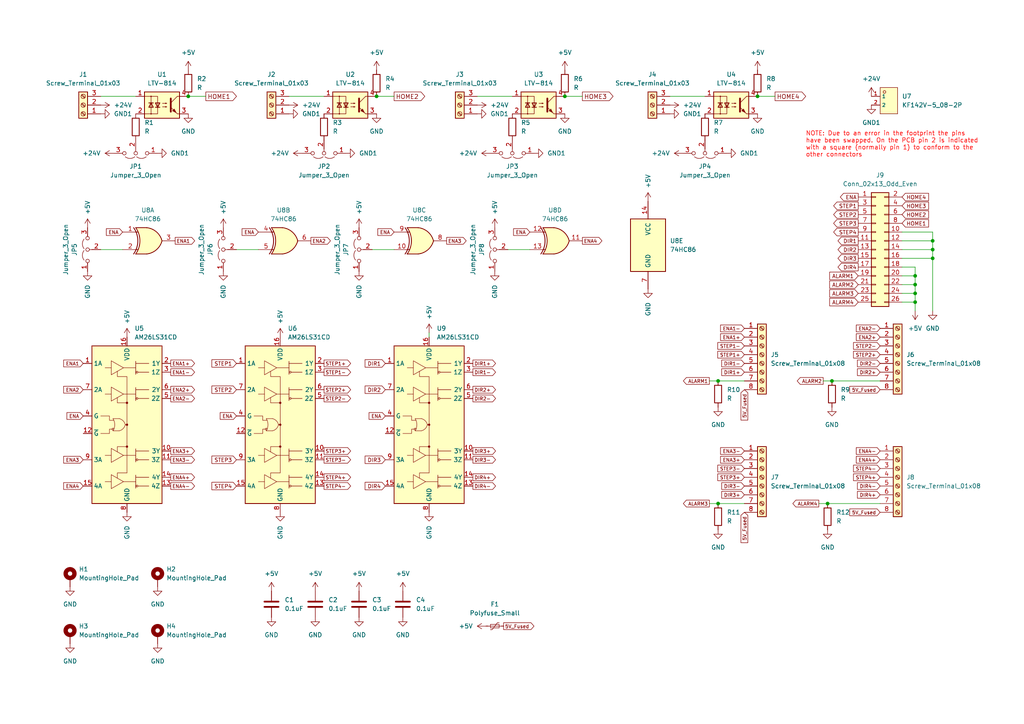
<source format=kicad_sch>
(kicad_sch (version 20230121) (generator eeschema)
  (paper "A4")
  (lib_symbols
    (symbol "74xx:74HC86" (pin_names (offset 1.016))
      (property "Reference" "U" (at 0 1.27 0))
      (property "Value" "74HC86" (at 0 -1.27 0))
      (symbol "74HC86_1_0"
        (pin input line (at -7.62 2.54 0) (length 4.445) (name "~") (number "1"))
        (pin input line (at -7.62 -2.54 0) (length 4.445) (name "~") (number "2"))
        (pin output line (at 7.62 0 180) (length 3.81) (name "~") (number "3"))
      )
      (symbol "74HC86_2_0"
        (pin input line (at -7.62 2.54 0) (length 4.445) (name "~") (number "4"))
        (pin input line (at -7.62 -2.54 0) (length 4.445) (name "~") (number "5"))
        (pin output line (at 7.62 0 180) (length 3.81) (name "~") (number "6"))
      )
      (symbol "74HC86_3_0"
        (pin input line (at -7.62 -2.54 0) (length 4.445) (name "~") (number "10"))
        (pin output line (at 7.62 0 180) (length 3.81) (name "~") (number "8"))
        (pin input line (at -7.62 2.54 0) (length 4.445) (name "~") (number "9"))
      )
      (symbol "74HC86_4_0"
        (pin output line (at 7.62 0 180) (length 3.81) (name "~") (number "11"))
        (pin input line (at -7.62 2.54 0) (length 4.445) (name "~") (number "12"))
        (pin input line (at -7.62 -2.54 0) (length 4.445) (name "~") (number "13"))
      )
      (symbol "74HC86_5_0"
        (pin power_in line (at 0 12.7 270) (length 5.08) (name "VCC") (number "14"))
        (pin power_in line (at 0 -12.7 90) (length 5.08) (name "GND") (number "7"))
      )
    )
    (symbol "AliExpress:KF142V-5_08-2P"
      (property "Reference" "U" (at 0 1.27 0))
      (property "Value" "KF142V-5_08-2P" (at 0 -2.54 0))
      (symbol "KF142V-5_08-2P_0_1"
        (pin unspecified line (at -5.08 1.27 0) (length 2.54) (name "1") (number "1"))
        (pin unspecified line (at -5.08 -1.27 0) (length 2.54) (name "2") (number "2"))
      )
    )
    (symbol "Connector:Screw_Terminal_01x03" (pin_names (offset 1.016) hide)
      (property "Reference" "J" (at 0 5.08 0))
      (property "Value" "Screw_Terminal_01x03" (at 0 -5.08 0))
      (symbol "Screw_Terminal_01x03_1_1"
        (pin passive line (at -5.08 2.54 0) (length 3.81) (name "Pin_1") (number "1"))
        (pin passive line (at -5.08 0 0) (length 3.81) (name "Pin_2") (number "2"))
        (pin passive line (at -5.08 -2.54 0) (length 3.81) (name "Pin_3") (number "3"))
      )
    )
    (symbol "Connector:Screw_Terminal_01x08" (pin_names (offset 1.016) hide)
      (property "Reference" "J" (at 0 10.16 0))
      (property "Value" "Screw_Terminal_01x08" (at 0 -12.7 0))
      (symbol "Screw_Terminal_01x08_1_1"
        (pin passive line (at -5.08 7.62 0) (length 3.81) (name "Pin_1") (number "1"))
        (pin passive line (at -5.08 5.08 0) (length 3.81) (name "Pin_2") (number "2"))
        (pin passive line (at -5.08 2.54 0) (length 3.81) (name "Pin_3") (number "3"))
        (pin passive line (at -5.08 0 0) (length 3.81) (name "Pin_4") (number "4"))
        (pin passive line (at -5.08 -2.54 0) (length 3.81) (name "Pin_5") (number "5"))
        (pin passive line (at -5.08 -5.08 0) (length 3.81) (name "Pin_6") (number "6"))
        (pin passive line (at -5.08 -7.62 0) (length 3.81) (name "Pin_7") (number "7"))
        (pin passive line (at -5.08 -10.16 0) (length 3.81) (name "Pin_8") (number "8"))
      )
    )
    (symbol "Connector_Generic:Conn_02x13_Odd_Even" (pin_names (offset 1.016) hide)
      (property "Reference" "J" (at 1.27 17.78 0))
      (property "Value" "Conn_02x13_Odd_Even" (at 1.27 -17.78 0))
      (symbol "Conn_02x13_Odd_Even_1_1"
        (pin passive line (at -5.08 15.24 0) (length 3.81) (name "Pin_1") (number "1"))
        (pin passive line (at 7.62 5.08 180) (length 3.81) (name "Pin_10") (number "10"))
        (pin passive line (at -5.08 2.54 0) (length 3.81) (name "Pin_11") (number "11"))
        (pin passive line (at 7.62 2.54 180) (length 3.81) (name "Pin_12") (number "12"))
        (pin passive line (at -5.08 0 0) (length 3.81) (name "Pin_13") (number "13"))
        (pin passive line (at 7.62 0 180) (length 3.81) (name "Pin_14") (number "14"))
        (pin passive line (at -5.08 -2.54 0) (length 3.81) (name "Pin_15") (number "15"))
        (pin passive line (at 7.62 -2.54 180) (length 3.81) (name "Pin_16") (number "16"))
        (pin passive line (at -5.08 -5.08 0) (length 3.81) (name "Pin_17") (number "17"))
        (pin passive line (at 7.62 -5.08 180) (length 3.81) (name "Pin_18") (number "18"))
        (pin passive line (at -5.08 -7.62 0) (length 3.81) (name "Pin_19") (number "19"))
        (pin passive line (at 7.62 15.24 180) (length 3.81) (name "Pin_2") (number "2"))
        (pin passive line (at 7.62 -7.62 180) (length 3.81) (name "Pin_20") (number "20"))
        (pin passive line (at -5.08 -10.16 0) (length 3.81) (name "Pin_21") (number "21"))
        (pin passive line (at 7.62 -10.16 180) (length 3.81) (name "Pin_22") (number "22"))
        (pin passive line (at -5.08 -12.7 0) (length 3.81) (name "Pin_23") (number "23"))
        (pin passive line (at 7.62 -12.7 180) (length 3.81) (name "Pin_24") (number "24"))
        (pin passive line (at -5.08 -15.24 0) (length 3.81) (name "Pin_25") (number "25"))
        (pin passive line (at 7.62 -15.24 180) (length 3.81) (name "Pin_26") (number "26"))
        (pin passive line (at -5.08 12.7 0) (length 3.81) (name "Pin_3") (number "3"))
        (pin passive line (at 7.62 12.7 180) (length 3.81) (name "Pin_4") (number "4"))
        (pin passive line (at -5.08 10.16 0) (length 3.81) (name "Pin_5") (number "5"))
        (pin passive line (at 7.62 10.16 180) (length 3.81) (name "Pin_6") (number "6"))
        (pin passive line (at -5.08 7.62 0) (length 3.81) (name "Pin_7") (number "7"))
        (pin passive line (at 7.62 7.62 180) (length 3.81) (name "Pin_8") (number "8"))
        (pin passive line (at -5.08 5.08 0) (length 3.81) (name "Pin_9") (number "9"))
      )
    )
    (symbol "Device:C" (pin_numbers hide) (pin_names (offset 0.254))
      (property "Reference" "C" (at 0.635 2.54 0))
      (property "Value" "C" (at 0.635 -2.54 0))
      (symbol "C_1_1"
        (pin passive line (at 0 3.81 270) (length 2.794) (name "~") (number "1"))
        (pin passive line (at 0 -3.81 90) (length 2.794) (name "~") (number "2"))
      )
    )
    (symbol "Device:Polyfuse_Small" (pin_numbers hide) (pin_names (offset 0))
      (property "Reference" "F" (at -1.905 0 90))
      (property "Value" "Polyfuse_Small" (at 1.905 0 90))
      (symbol "Polyfuse_Small_1_1"
        (pin passive line (at 0 2.54 270) (length 0.635) (name "~") (number "1"))
        (pin passive line (at 0 -2.54 90) (length 0.635) (name "~") (number "2"))
      )
    )
    (symbol "Device:R" (pin_numbers hide) (pin_names (offset 0))
      (property "Reference" "R" (at 2.032 0 90))
      (property "Value" "R" (at 0 0 90))
      (symbol "R_1_1"
        (pin passive line (at 0 3.81 270) (length 1.27) (name "~") (number "1"))
        (pin passive line (at 0 -3.81 90) (length 1.27) (name "~") (number "2"))
      )
    )
    (symbol "Interface:AM26LS31CD"
      (property "Reference" "U" (at -8.89 24.13 0))
      (property "Value" "AM26LS31CD" (at 10.16 24.13 0))
      (symbol "AM26LS31CD_1_1"
        (pin input line (at -12.7 17.78 0) (length 2.54) (name "1A") (number "1"))
        (pin tri_state line (at 12.7 -7.62 180) (length 2.54) (name "3Y") (number "10"))
        (pin tri_state line (at 12.7 -10.16 180) (length 2.54) (name "3Z") (number "11"))
        (pin input line (at -12.7 -2.54 0) (length 2.54) (name "~{G}") (number "12"))
        (pin tri_state line (at 12.7 -17.78 180) (length 2.54) (name "4Z") (number "13"))
        (pin tri_state line (at 12.7 -15.24 180) (length 2.54) (name "4Y") (number "14"))
        (pin input line (at -12.7 -17.78 0) (length 2.54) (name "4A") (number "15"))
        (pin power_in line (at 0 25.4 270) (length 2.54) (name "VDD") (number "16"))
        (pin tri_state line (at 12.7 17.78 180) (length 2.54) (name "1Y") (number "2"))
        (pin tri_state line (at 12.7 15.24 180) (length 2.54) (name "1Z") (number "3"))
        (pin input line (at -12.7 2.54 0) (length 2.54) (name "G") (number "4"))
        (pin tri_state line (at 12.7 7.62 180) (length 2.54) (name "2Z") (number "5"))
        (pin tri_state line (at 12.7 10.16 180) (length 2.54) (name "2Y") (number "6"))
        (pin input line (at -12.7 10.16 0) (length 2.54) (name "2A") (number "7"))
        (pin power_in line (at 0 -25.4 90) (length 2.54) (name "GND") (number "8"))
        (pin input line (at -12.7 -10.16 0) (length 2.54) (name "3A") (number "9"))
      )
    )
    (symbol "Isolator:LTV-814" (pin_names (offset 1.016))
      (property "Reference" "U" (at -5.08 5.08 0))
      (property "Value" "LTV-814" (at 0 5.08 0))
      (symbol "LTV-814_1_1"
        (pin passive line (at -7.62 2.54 0) (length 2.54) (name "~") (number "1"))
        (pin passive line (at -7.62 -2.54 0) (length 2.54) (name "~") (number "2"))
        (pin passive line (at 7.62 -2.54 180) (length 2.54) (name "~") (number "3"))
        (pin passive line (at 7.62 2.54 180) (length 2.54) (name "~") (number "4"))
      )
    )
    (symbol "Jumper:Jumper_3_Open" (pin_names (offset 0) hide)
      (property "Reference" "JP" (at -2.54 -2.54 0))
      (property "Value" "Jumper_3_Open" (at 0 2.794 0))
      (symbol "Jumper_3_Open_1_1"
        (pin passive line (at -6.35 0 0) (length 2.54) (name "A") (number "1"))
        (pin passive line (at 0 -3.81 90) (length 2.54) (name "C") (number "2"))
        (pin passive line (at 6.35 0 180) (length 2.54) (name "B") (number "3"))
      )
    )
    (symbol "Mechanical:MountingHole_Pad" (pin_numbers hide) (pin_names (offset 1.016) hide)
      (property "Reference" "H" (at 0 6.35 0))
      (property "Value" "MountingHole_Pad" (at 0 4.445 0))
      (symbol "MountingHole_Pad_1_1"
        (pin input line (at 0 -2.54 90) (length 2.54) (name "1") (number "1"))
      )
    )
    (symbol "power:+24V" (power) (pin_names (offset 0))
      (property "Value" "+24V" (at 0 3.556 0))
      (symbol "+24V_1_1"
        (pin power_in line (at 0 0 90) (length 0) hide (name "+24V") (number "1"))
      )
    )
    (symbol "power:+5V" (power) (pin_names (offset 0))
      (property "Value" "+5V" (at 0 3.556 0))
      (symbol "+5V_1_1"
        (pin power_in line (at 0 0 90) (length 0) hide (name "+5V") (number "1"))
      )
    )
    (symbol "power:GND" (power) (pin_names (offset 0))
      (property "Value" "GND" (at 0 -3.81 0))
      (symbol "GND_1_1"
        (pin power_in line (at 0 0 270) (length 0) hide (name "GND") (number "1"))
      )
    )
    (symbol "power:GND1" (power) (pin_names (offset 0))
      (property "Value" "GND1" (at 0 -3.81 0))
      (symbol "GND1_1_1"
        (pin power_in line (at 0 0 270) (length 0) hide (name "GND1") (number "1"))
      )
    )
  )
  (junction (at 54.61 27.94))
  (junction (at 109.22 27.94))
  (junction (at 265.43 80.01))
  (junction (at 241.3 110.49))
  (junction (at 265.43 87.63))
  (junction (at 163.83 27.94))
  (junction (at 270.51 69.85))
  (junction (at 219.71 27.94))
  (junction (at 265.43 82.55))
  (junction (at 270.51 74.93))
  (junction (at 265.43 85.09))
  (junction (at 208.28 146.05))
  (junction (at 270.51 72.39))
  (junction (at 240.03 146.05))
  (junction (at 208.28 110.49))
  (wire (pts (xy 208.28 110.49) (xy 215.9 110.49)))
  (wire (pts (xy 270.51 69.85) (xy 270.51 72.39)))
  (wire (pts (xy 270.51 72.39) (xy 270.51 74.93)))
  (wire (pts (xy 237.49 146.05) (xy 240.03 146.05)))
  (wire (pts (xy 261.62 69.85) (xy 270.51 69.85)))
  (wire (pts (xy 83.82 27.94) (xy 93.98 27.94)))
  (wire (pts (xy 261.62 72.39) (xy 270.51 72.39)))
  (wire (pts (xy 29.21 27.94) (xy 39.37 27.94)))
  (wire (pts (xy 261.62 67.31) (xy 270.51 67.31)))
  (wire (pts (xy 265.43 80.01) (xy 265.43 82.55)))
  (wire (pts (xy 54.61 27.94) (xy 59.69 27.94)))
  (wire (pts (xy 261.62 85.09) (xy 265.43 85.09)))
  (wire (pts (xy 261.62 87.63) (xy 265.43 87.63)))
  (wire (pts (xy 107.95 72.39) (xy 114.3 72.39)))
  (wire (pts (xy 238.76 110.49) (xy 241.3 110.49)))
  (wire (pts (xy 241.3 110.49) (xy 255.27 110.49)))
  (wire (pts (xy 265.43 77.47) (xy 265.43 80.01)))
  (wire (pts (xy 261.62 80.01) (xy 265.43 80.01)))
  (wire (pts (xy 194.31 27.94) (xy 204.47 27.94)))
  (wire (pts (xy 265.43 85.09) (xy 265.43 87.63)))
  (wire (pts (xy 240.03 146.05) (xy 255.27 146.05)))
  (wire (pts (xy 29.21 72.39) (xy 35.56 72.39)))
  (wire (pts (xy 261.62 82.55) (xy 265.43 82.55)))
  (wire (pts (xy 261.62 74.93) (xy 270.51 74.93)))
  (wire (pts (xy 124.46 97.79) (xy 124.46 96.52)))
  (wire (pts (xy 205.74 110.49) (xy 208.28 110.49)))
  (wire (pts (xy 270.51 74.93) (xy 270.51 90.17)))
  (wire (pts (xy 68.58 72.39) (xy 74.93 72.39)))
  (wire (pts (xy 265.43 87.63) (xy 265.43 90.17)))
  (wire (pts (xy 147.32 72.39) (xy 153.67 72.39)))
  (wire (pts (xy 109.22 27.94) (xy 114.3 27.94)))
  (wire (pts (xy 205.74 146.05) (xy 208.28 146.05)))
  (wire (pts (xy 261.62 77.47) (xy 265.43 77.47)))
  (wire (pts (xy 138.43 27.94) (xy 148.59 27.94)))
  (wire (pts (xy 219.71 27.94) (xy 224.79 27.94)))
  (wire (pts (xy 265.43 82.55) (xy 265.43 85.09)))
  (wire (pts (xy 270.51 67.31) (xy 270.51 69.85)))
  (wire (pts (xy 163.83 27.94) (xy 168.91 27.94)))
  (wire (pts (xy 208.28 146.05) (xy 215.9 146.05)))
  (text "NOTE: Due to an error in the footprint the pins\nhave been swapped. On the PCB pin 2 is indicated\nwith a square (normally pin 1) to conform to the\nother connectors" (at 233.68 45.72 0) (effects (font (size 1.27 1.27)) (justify left bottom)))
  (global_label "HOME3" (shape input) (at 261.62 59.69 0) (effects (font (size 1.1 1.1))) (property "Intersheetrefs" "${INTERSHEET_REFS}" (effects hide)))
  (global_label "DIR4-" (shape output) (at 137.16 140.97 0) (effects (font (size 1 1))) (property "Intersheetrefs" "${INTERSHEET_REFS}" (effects hide)))
  (global_label "STEP3+" (shape input) (at 215.9 138.43 180) (effects (font (size 1 1))) (property "Intersheetrefs" "${INTERSHEET_REFS}" (effects hide)))
  (global_label "5V_Fused" (shape input) (at 215.9 148.59 270) (effects (font (size 1 1))) (property "Intersheetrefs" "${INTERSHEET_REFS}" (effects hide)))
  (global_label "ENA2+" (shape output) (at 49.53 113.03 0) (effects (font (size 1 1))) (property "Intersheetrefs" "${INTERSHEET_REFS}" (effects hide)))
  (global_label "ENA" (shape input) (at 111.76 120.65 180) (effects (font (size 1 1))) (property "Intersheetrefs" "${INTERSHEET_REFS}" (effects hide)))
  (global_label "ALARM4" (shape output) (at 237.49 146.05 180) (effects (font (size 1 1))) (property "Intersheetrefs" "${INTERSHEET_REFS}" (effects hide)))
  (global_label "STEP4-" (shape input) (at 255.27 135.89 180) (effects (font (size 1 1))) (property "Intersheetrefs" "${INTERSHEET_REFS}" (effects hide)))
  (global_label "ENA1-" (shape input) (at 215.9 95.25 180) (effects (font (size 1 1))) (property "Intersheetrefs" "${INTERSHEET_REFS}" (effects hide)))
  (global_label "ALARM1" (shape output) (at 205.74 110.49 180) (effects (font (size 1 1))) (property "Intersheetrefs" "${INTERSHEET_REFS}" (effects hide)))
  (global_label "ALARM2" (shape input) (at 248.92 82.55 180) (effects (font (size 1.1 1.1))) (property "Intersheetrefs" "${INTERSHEET_REFS}" (effects hide)))
  (global_label "STEP1" (shape output) (at 248.92 59.69 180) (effects (font (size 1.1 1.1))) (property "Intersheetrefs" "${INTERSHEET_REFS}" (effects hide)))
  (global_label "HOME2" (shape output) (at 114.3 27.94 0) (property "Intersheetrefs" "${INTERSHEET_REFS}" (effects hide)))
  (global_label "5V_Fused" (shape output) (at 146.05 181.61 0) (effects (font (size 1 1))) (property "Intersheetrefs" "${INTERSHEET_REFS}" (effects hide)))
  (global_label "ENA3" (shape output) (at 129.54 69.85 0) (effects (font (size 1 1))) (property "Intersheetrefs" "${INTERSHEET_REFS}" (effects hide)))
  (global_label "5V_Fused" (shape input) (at 215.9 113.03 270) (effects (font (size 1 1))) (property "Intersheetrefs" "${INTERSHEET_REFS}" (effects hide)))
  (global_label "ENA3+" (shape output) (at 49.53 130.81 0) (effects (font (size 1 1))) (property "Intersheetrefs" "${INTERSHEET_REFS}" (effects hide)))
  (global_label "HOME1" (shape input) (at 261.62 64.77 0) (effects (font (size 1.1 1.1))) (property "Intersheetrefs" "${INTERSHEET_REFS}" (effects hide)))
  (global_label "STEP1-" (shape output) (at 93.98 107.95 0) (effects (font (size 1 1))) (property "Intersheetrefs" "${INTERSHEET_REFS}" (effects hide)))
  (global_label "5V_Fused" (shape input) (at 255.27 148.59 180) (effects (font (size 1 1))) (property "Intersheetrefs" "${INTERSHEET_REFS}" (effects hide)))
  (global_label "DIR2" (shape input) (at 111.76 113.03 180) (effects (font (size 1.1 1.1))) (property "Intersheetrefs" "${INTERSHEET_REFS}" (effects hide)))
  (global_label "ENA1" (shape input) (at 24.13 105.41 180) (effects (font (size 1 1))) (property "Intersheetrefs" "${INTERSHEET_REFS}" (effects hide)))
  (global_label "DIR3" (shape output) (at 248.92 74.93 180) (effects (font (size 1.1 1.1))) (property "Intersheetrefs" "${INTERSHEET_REFS}" (effects hide)))
  (global_label "STEP2" (shape output) (at 248.92 62.23 180) (effects (font (size 1.1 1.1))) (property "Intersheetrefs" "${INTERSHEET_REFS}" (effects hide)))
  (global_label "5V_Fused" (shape input) (at 255.27 113.03 180) (effects (font (size 1 1))) (property "Intersheetrefs" "${INTERSHEET_REFS}" (effects hide)))
  (global_label "DIR1-" (shape input) (at 215.9 105.41 180) (effects (font (size 1 1))) (property "Intersheetrefs" "${INTERSHEET_REFS}" (effects hide)))
  (global_label "HOME4" (shape output) (at 224.79 27.94 0) (property "Intersheetrefs" "${INTERSHEET_REFS}" (effects hide)))
  (global_label "HOME2" (shape input) (at 261.62 62.23 0) (effects (font (size 1.1 1.1))) (property "Intersheetrefs" "${INTERSHEET_REFS}" (effects hide)))
  (global_label "ENA4+" (shape output) (at 49.53 138.43 0) (effects (font (size 1 1))) (property "Intersheetrefs" "${INTERSHEET_REFS}" (effects hide)))
  (global_label "DIR3+" (shape output) (at 137.16 130.81 0) (effects (font (size 1 1))) (property "Intersheetrefs" "${INTERSHEET_REFS}" (effects hide)))
  (global_label "ENA1+" (shape input) (at 215.9 97.79 180) (effects (font (size 1 1))) (property "Intersheetrefs" "${INTERSHEET_REFS}" (effects hide)))
  (global_label "ENA3+" (shape input) (at 215.9 133.35 180) (effects (font (size 1 1))) (property "Intersheetrefs" "${INTERSHEET_REFS}" (effects hide)))
  (global_label "ENA2-" (shape input) (at 255.27 95.25 180) (effects (font (size 1 1))) (property "Intersheetrefs" "${INTERSHEET_REFS}" (effects hide)))
  (global_label "DIR2" (shape output) (at 248.92 72.39 180) (effects (font (size 1.1 1.1))) (property "Intersheetrefs" "${INTERSHEET_REFS}" (effects hide)))
  (global_label "ENA3-" (shape input) (at 215.9 130.81 180) (effects (font (size 1 1))) (property "Intersheetrefs" "${INTERSHEET_REFS}" (effects hide)))
  (global_label "ENA1+" (shape output) (at 49.53 105.41 0) (effects (font (size 1 1))) (property "Intersheetrefs" "${INTERSHEET_REFS}" (effects hide)))
  (global_label "STEP4+" (shape output) (at 93.98 138.43 0) (effects (font (size 1 1))) (property "Intersheetrefs" "${INTERSHEET_REFS}" (effects hide)))
  (global_label "DIR2+" (shape input) (at 255.27 107.95 180) (effects (font (size 1 1))) (property "Intersheetrefs" "${INTERSHEET_REFS}" (effects hide)))
  (global_label "ENA3-" (shape output) (at 49.53 133.35 0) (effects (font (size 1 1))) (property "Intersheetrefs" "${INTERSHEET_REFS}" (effects hide)))
  (global_label "ENA4" (shape output) (at 168.91 69.85 0) (effects (font (size 1 1))) (property "Intersheetrefs" "${INTERSHEET_REFS}" (effects hide)))
  (global_label "DIR4+" (shape input) (at 255.27 143.51 180) (effects (font (size 1 1))) (property "Intersheetrefs" "${INTERSHEET_REFS}" (effects hide)))
  (global_label "DIR4" (shape input) (at 111.76 140.97 180) (effects (font (size 1.1 1.1))) (property "Intersheetrefs" "${INTERSHEET_REFS}" (effects hide)))
  (global_label "STEP2" (shape input) (at 68.58 113.03 180) (effects (font (size 1.1 1.1))) (property "Intersheetrefs" "${INTERSHEET_REFS}" (effects hide)))
  (global_label "ENA2-" (shape output) (at 49.53 115.57 0) (effects (font (size 1 1))) (property "Intersheetrefs" "${INTERSHEET_REFS}" (effects hide)))
  (global_label "ENA1" (shape output) (at 50.8 69.85 0) (effects (font (size 1 1))) (property "Intersheetrefs" "${INTERSHEET_REFS}" (effects hide)))
  (global_label "ALARM3" (shape input) (at 248.92 85.09 180) (effects (font (size 1.1 1.1))) (property "Intersheetrefs" "${INTERSHEET_REFS}" (effects hide)))
  (global_label "DIR4+" (shape output) (at 137.16 138.43 0) (effects (font (size 1 1))) (property "Intersheetrefs" "${INTERSHEET_REFS}" (effects hide)))
  (global_label "ENA4-" (shape input) (at 255.27 130.81 180) (effects (font (size 1 1))) (property "Intersheetrefs" "${INTERSHEET_REFS}" (effects hide)))
  (global_label "STEP3+" (shape output) (at 93.98 130.81 0) (effects (font (size 1 1))) (property "Intersheetrefs" "${INTERSHEET_REFS}" (effects hide)))
  (global_label "STEP3" (shape output) (at 248.92 64.77 180) (effects (font (size 1.1 1.1))) (property "Intersheetrefs" "${INTERSHEET_REFS}" (effects hide)))
  (global_label "STEP4-" (shape output) (at 93.98 140.97 0) (effects (font (size 1 1))) (property "Intersheetrefs" "${INTERSHEET_REFS}" (effects hide)))
  (global_label "STEP2+" (shape input) (at 255.27 102.87 180) (effects (font (size 1 1))) (property "Intersheetrefs" "${INTERSHEET_REFS}" (effects hide)))
  (global_label "ENA2" (shape input) (at 24.13 113.03 180) (effects (font (size 1 1))) (property "Intersheetrefs" "${INTERSHEET_REFS}" (effects hide)))
  (global_label "DIR1+" (shape input) (at 215.9 107.95 180) (effects (font (size 1 1))) (property "Intersheetrefs" "${INTERSHEET_REFS}" (effects hide)))
  (global_label "HOME3" (shape output) (at 168.91 27.94 0) (property "Intersheetrefs" "${INTERSHEET_REFS}" (effects hide)))
  (global_label "DIR1+" (shape output) (at 137.16 105.41 0) (effects (font (size 1 1))) (property "Intersheetrefs" "${INTERSHEET_REFS}" (effects hide)))
  (global_label "DIR3+" (shape input) (at 215.9 143.51 180) (effects (font (size 1 1))) (property "Intersheetrefs" "${INTERSHEET_REFS}" (effects hide)))
  (global_label "DIR2-" (shape input) (at 255.27 105.41 180) (effects (font (size 1 1))) (property "Intersheetrefs" "${INTERSHEET_REFS}" (effects hide)))
  (global_label "ENA" (shape input) (at 153.67 67.31 180) (effects (font (size 1 1))) (property "Intersheetrefs" "${INTERSHEET_REFS}" (effects hide)))
  (global_label "DIR4-" (shape input) (at 255.27 140.97 180) (effects (font (size 1 1))) (property "Intersheetrefs" "${INTERSHEET_REFS}" (effects hide)))
  (global_label "ENA" (shape input) (at 74.93 67.31 180) (effects (font (size 1 1))) (property "Intersheetrefs" "${INTERSHEET_REFS}" (effects hide)))
  (global_label "ALARM1" (shape input) (at 248.92 80.01 180) (effects (font (size 1.1 1.1))) (property "Intersheetrefs" "${INTERSHEET_REFS}" (effects hide)))
  (global_label "DIR3" (shape input) (at 111.76 133.35 180) (effects (font (size 1.1 1.1))) (property "Intersheetrefs" "${INTERSHEET_REFS}" (effects hide)))
  (global_label "DIR3-" (shape input) (at 215.9 140.97 180) (effects (font (size 1 1))) (property "Intersheetrefs" "${INTERSHEET_REFS}" (effects hide)))
  (global_label "ENA" (shape input) (at 35.56 67.31 180) (effects (font (size 1 1))) (property "Intersheetrefs" "${INTERSHEET_REFS}" (effects hide)))
  (global_label "STEP2+" (shape output) (at 93.98 113.03 0) (effects (font (size 1 1))) (property "Intersheetrefs" "${INTERSHEET_REFS}" (effects hide)))
  (global_label "ENA4+" (shape input) (at 255.27 133.35 180) (effects (font (size 1 1))) (property "Intersheetrefs" "${INTERSHEET_REFS}" (effects hide)))
  (global_label "DIR3-" (shape output) (at 137.16 133.35 0) (effects (font (size 1 1))) (property "Intersheetrefs" "${INTERSHEET_REFS}" (effects hide)))
  (global_label "DIR1" (shape output) (at 248.92 69.85 180) (effects (font (size 1.1 1.1))) (property "Intersheetrefs" "${INTERSHEET_REFS}" (effects hide)))
  (global_label "STEP2-" (shape input) (at 255.27 100.33 180) (effects (font (size 1 1))) (property "Intersheetrefs" "${INTERSHEET_REFS}" (effects hide)))
  (global_label "STEP3-" (shape output) (at 93.98 133.35 0) (effects (font (size 1 1))) (property "Intersheetrefs" "${INTERSHEET_REFS}" (effects hide)))
  (global_label "STEP1-" (shape input) (at 215.9 100.33 180) (effects (font (size 1 1))) (property "Intersheetrefs" "${INTERSHEET_REFS}" (effects hide)))
  (global_label "ALARM2" (shape output) (at 238.76 110.49 180) (effects (font (size 1 1))) (property "Intersheetrefs" "${INTERSHEET_REFS}" (effects hide)))
  (global_label "DIR2-" (shape output) (at 137.16 115.57 0) (effects (font (size 1 1))) (property "Intersheetrefs" "${INTERSHEET_REFS}" (effects hide)))
  (global_label "ENA" (shape input) (at 114.3 67.31 180) (effects (font (size 1 1))) (property "Intersheetrefs" "${INTERSHEET_REFS}" (effects hide)))
  (global_label "STEP3-" (shape input) (at 215.9 135.89 180) (effects (font (size 1 1))) (property "Intersheetrefs" "${INTERSHEET_REFS}" (effects hide)))
  (global_label "DIR1" (shape input) (at 111.76 105.41 180) (effects (font (size 1.1 1.1))) (property "Intersheetrefs" "${INTERSHEET_REFS}" (effects hide)))
  (global_label "STEP4+" (shape input) (at 255.27 138.43 180) (effects (font (size 1 1))) (property "Intersheetrefs" "${INTERSHEET_REFS}" (effects hide)))
  (global_label "ENA4-" (shape output) (at 49.53 140.97 0) (effects (font (size 1 1))) (property "Intersheetrefs" "${INTERSHEET_REFS}" (effects hide)))
  (global_label "ENA3" (shape input) (at 24.13 133.35 180) (effects (font (size 1 1))) (property "Intersheetrefs" "${INTERSHEET_REFS}" (effects hide)))
  (global_label "STEP4" (shape input) (at 68.58 140.97 180) (effects (font (size 1.1 1.1))) (property "Intersheetrefs" "${INTERSHEET_REFS}" (effects hide)))
  (global_label "STEP3" (shape input) (at 68.58 133.35 180) (effects (font (size 1.1 1.1))) (property "Intersheetrefs" "${INTERSHEET_REFS}" (effects hide)))
  (global_label "ENA4" (shape input) (at 24.13 140.97 180) (effects (font (size 1 1))) (property "Intersheetrefs" "${INTERSHEET_REFS}" (effects hide)))
  (global_label "ENA2" (shape output) (at 90.17 69.85 0) (effects (font (size 1 1))) (property "Intersheetrefs" "${INTERSHEET_REFS}" (effects hide)))
  (global_label "STEP4" (shape output) (at 248.92 67.31 180) (effects (font (size 1.1 1.1))) (property "Intersheetrefs" "${INTERSHEET_REFS}" (effects hide)))
  (global_label "DIR1-" (shape output) (at 137.16 107.95 0) (effects (font (size 1 1))) (property "Intersheetrefs" "${INTERSHEET_REFS}" (effects hide)))
  (global_label "ENA" (shape input) (at 68.58 120.65 180) (effects (font (size 1 1))) (property "Intersheetrefs" "${INTERSHEET_REFS}" (effects hide)))
  (global_label "ENA2+" (shape input) (at 255.27 97.79 180) (effects (font (size 1 1))) (property "Intersheetrefs" "${INTERSHEET_REFS}" (effects hide)))
  (global_label "STEP1+" (shape output) (at 93.98 105.41 0) (effects (font (size 1 1))) (property "Intersheetrefs" "${INTERSHEET_REFS}" (effects hide)))
  (global_label "ALARM4" (shape input) (at 248.92 87.63 180) (effects (font (size 1.1 1.1))) (property "Intersheetrefs" "${INTERSHEET_REFS}" (effects hide)))
  (global_label "DIR2+" (shape output) (at 137.16 113.03 0) (effects (font (size 1 1))) (property "Intersheetrefs" "${INTERSHEET_REFS}" (effects hide)))
  (global_label "STEP1+" (shape input) (at 215.9 102.87 180) (effects (font (size 1 1))) (property "Intersheetrefs" "${INTERSHEET_REFS}" (effects hide)))
  (global_label "ALARM3" (shape output) (at 205.74 146.05 180) (effects (font (size 1 1))) (property "Intersheetrefs" "${INTERSHEET_REFS}" (effects hide)))
  (global_label "STEP2-" (shape output) (at 93.98 115.57 0) (effects (font (size 1 1))) (property "Intersheetrefs" "${INTERSHEET_REFS}" (effects hide)))
  (global_label "HOME4" (shape input) (at 261.62 57.15 0) (effects (font (size 1.1 1.1))) (property "Intersheetrefs" "${INTERSHEET_REFS}" (effects hide)))
  (global_label "HOME1" (shape output) (at 59.69 27.94 0) (property "Intersheetrefs" "${INTERSHEET_REFS}" (effects hide)))
  (global_label "ENA" (shape input) (at 24.13 120.65 180) (effects (font (size 1 1))) (property "Intersheetrefs" "${INTERSHEET_REFS}" (effects hide)))
  (global_label "ENA" (shape output) (at 248.92 57.15 180) (effects (font (size 1.1 1.1))) (property "Intersheetrefs" "${INTERSHEET_REFS}" (effects hide)))
  (global_label "STEP1" (shape input) (at 68.58 105.41 180) (effects (font (size 1.1 1.1))) (property "Intersheetrefs" "${INTERSHEET_REFS}" (effects hide)))
  (global_label "DIR4" (shape output) (at 248.92 77.47 180) (effects (font (size 1.1 1.1))) (property "Intersheetrefs" "${INTERSHEET_REFS}" (effects hide)))
  (global_label "ENA1-" (shape output) (at 49.53 107.95 0) (effects (font (size 1 1))) (property "Intersheetrefs" "${INTERSHEET_REFS}" (effects hide)))
  (symbol (lib_id "power:+24V") (at 142.24 44.45 90) (unit 1)
    (property "Reference" "#PWR015" (effects hide))
    (property "Value" "+24V" (at 138.43 44.45 90) (effects (justify left)))
  )
  (symbol (lib_id "power:GND") (at 219.71 33.02 0) (unit 1)
    (property "Reference" "#PWR024" (effects hide))
    (property "Value" "GND" (at 219.71 38.1 0))
  )
  (symbol (lib_id "Mechanical:MountingHole_Pad") (at 20.32 184.15 0) (unit 1)
    (property "Reference" "H3" (at 22.86 181.61 0) (effects (justify left)))
    (property "Value" "MountingHole_Pad" (at 22.86 184.15 0) (effects (justify left)))
    (property "Footprint" "MountingHole:MountingHole_3.2mm_M3_Pad_Via" (effects hide))
  )
  (symbol (lib_id "power:+24V") (at 83.82 30.48 270) (unit 1)
    (property "Reference" "#PWR04" (effects hide))
    (property "Value" "+24V" (at 87.63 30.48 90) (effects (justify left)))
  )
  (symbol (lib_id "Device:R") (at 109.22 24.13 0) (unit 1)
    (property "Reference" "R4" (at 111.76 22.86 0) (effects (justify left)))
    (property "Value" "R" (at 111.76 25.4 0) (effects (justify left)))
    (property "Footprint" "Resistor_SMD:R_1206_3216Metric_Pad1.30x1.75mm_HandSolder" (effects hide))
  )
  (symbol (lib_id "power:+5V") (at 36.83 97.79 0) (unit 1)
    (property "Reference" "#PWR026" (effects hide))
    (property "Value" "+5V" (at 36.83 93.98 90) (effects (justify left)))
  )
  (symbol (lib_id "power:GND") (at 91.44 179.07 0) (unit 1)
    (property "Reference" "#PWR037" (effects hide))
    (property "Value" "GND" (at 91.44 184.15 0))
  )
  (symbol (lib_id "power:GND") (at 208.28 118.11 0) (unit 1)
    (property "Reference" "#PWR036" (effects hide))
    (property "Value" "GND" (at 208.28 123.19 0))
  )
  (symbol (lib_id "power:GND") (at 36.83 148.59 0) (unit 1)
    (property "Reference" "#PWR020" (effects hide))
    (property "Value" "GND" (at 36.83 152.4 90) (effects (justify right)))
  )
  (symbol (lib_id "Connector:Screw_Terminal_01x08") (at 260.35 102.87 0) (unit 1)
    (property "Reference" "J6" (at 262.89 102.87 0) (effects (justify left)))
    (property "Value" "Screw_Terminal_01x08" (at 262.89 105.41 0) (effects (justify left)))
    (property "Footprint" "AliExpress:CONN-TH_8P-P5.08_KF142V-5.08-8P" (effects hide))
  )
  (symbol (lib_id "power:GND") (at 78.74 179.07 0) (unit 1)
    (property "Reference" "#PWR032" (effects hide))
    (property "Value" "GND" (at 78.74 184.15 0))
  )
  (symbol (lib_id "Connector:Screw_Terminal_01x03") (at 189.23 30.48 180) (unit 1)
    (property "Reference" "J4" (at 189.23 21.59 0))
    (property "Value" "Screw_Terminal_01x03" (at 189.23 24.13 0))
    (property "Footprint" "AliExpress:CONN-TH_3P-P5.08_KF142V-5.08-3P" (effects hide))
  )
  (symbol (lib_id "Device:C") (at 104.14 175.26 0) (unit 1)
    (property "Reference" "C3" (at 107.95 173.99 0) (effects (justify left)))
    (property "Value" "0.1uF" (at 107.95 176.53 0) (effects (justify left)))
    (property "Footprint" "Capacitor_SMD:C_1206_3216Metric_Pad1.33x1.80mm_HandSolder" (effects hide))
  )
  (symbol (lib_id "Device:R") (at 208.28 149.86 0) (unit 1)
    (property "Reference" "R11" (at 210.82 148.59 0) (effects (justify left)))
    (property "Value" "R" (at 210.82 151.13 0) (effects (justify left)))
    (property "Footprint" "Resistor_SMD:R_1206_3216Metric_Pad1.30x1.75mm_HandSolder" (effects hide))
  )
  (symbol (lib_id "Connector:Screw_Terminal_01x08") (at 220.98 102.87 0) (unit 1)
    (property "Reference" "J5" (at 223.52 102.87 0) (effects (justify left)))
    (property "Value" "Screw_Terminal_01x08" (at 223.52 105.41 0) (effects (justify left)))
    (property "Footprint" "AliExpress:CONN-TH_8P-P5.08_KF142V-5.08-8P" (effects hide))
  )
  (symbol (lib_id "power:GND1") (at 210.82 44.45 90) (unit 1)
    (property "Reference" "#PWR022" (effects hide))
    (property "Value" "GND1" (at 214.63 44.45 90) (effects (justify right)))
  )
  (symbol (lib_id "Device:C") (at 116.84 175.26 0) (unit 1)
    (property "Reference" "C4" (at 120.65 173.99 0) (effects (justify left)))
    (property "Value" "0.1uF" (at 120.65 176.53 0) (effects (justify left)))
    (property "Footprint" "Capacitor_SMD:C_1206_3216Metric_Pad1.33x1.80mm_HandSolder" (effects hide))
  )
  (symbol (lib_id "power:+5V") (at 104.14 66.04 0) (unit 1)
    (property "Reference" "#PWR064" (effects hide))
    (property "Value" "+5V" (at 104.14 62.23 90) (effects (justify left)))
  )
  (symbol (lib_id "Device:R") (at 163.83 24.13 0) (unit 1)
    (property "Reference" "R6" (at 166.37 22.86 0) (effects (justify left)))
    (property "Value" "R" (at 166.37 25.4 0) (effects (justify left)))
    (property "Footprint" "Resistor_SMD:R_1206_3216Metric_Pad1.30x1.75mm_HandSolder" (effects hide))
  )
  (symbol (lib_id "power:GND") (at 64.77 78.74 0) (unit 1)
    (property "Reference" "#PWR063" (effects hide))
    (property "Value" "GND" (at 64.77 82.55 90) (effects (justify right)))
  )
  (symbol (lib_id "Isolator:LTV-814") (at 46.99 30.48 0) (unit 1)
    (property "Reference" "U1" (at 46.99 21.59 0))
    (property "Value" "LTV-814" (at 46.99 24.13 0))
    (property "Footprint" "Package_DIP:DIP-4_W7.62mm" (effects hide))
    (property "Datasheet" "https://optoelectronics.liteon.com/upload/download/DS-70-96-0013/LTV-8X4%20series%20201509.pdf" (effects hide))
  )
  (symbol (lib_id "power:GND1") (at 45.72 44.45 90) (unit 1)
    (property "Reference" "#PWR01" (effects hide))
    (property "Value" "GND1" (at 49.53 44.45 90) (effects (justify right)))
  )
  (symbol (lib_id "Connector:Screw_Terminal_01x03") (at 24.13 30.48 180) (unit 1)
    (property "Reference" "J1" (at 24.13 21.59 0))
    (property "Value" "Screw_Terminal_01x03" (at 24.13 24.13 0))
    (property "Footprint" "AliExpress:CONN-TH_3P-P5.08_KF142V-5.08-3P" (effects hide))
  )
  (symbol (lib_id "power:+24V") (at 198.12 44.45 90) (unit 1)
    (property "Reference" "#PWR021" (effects hide))
    (property "Value" "+24V" (at 194.31 44.45 90) (effects (justify left)))
  )
  (symbol (lib_id "74xx:74HC86") (at 43.18 69.85 0) (unit 1)
    (property "Reference" "U8" (at 42.8752 60.96 0))
    (property "Value" "74HC86" (at 42.8752 63.5 0))
    (property "Footprint" "Package_SO:SOIC-14_3.9x8.7mm_P1.27mm" (effects hide))
    (property "Datasheet" "http://www.ti.com/lit/gpn/sn74HC86" (effects hide))
  )
  (symbol (lib_id "power:GND") (at 104.14 179.07 0) (unit 1)
    (property "Reference" "#PWR039" (effects hide))
    (property "Value" "GND" (at 104.14 184.15 0))
  )
  (symbol (lib_id "Isolator:LTV-814") (at 101.6 30.48 0) (unit 1)
    (property "Reference" "U2" (at 101.6 21.59 0))
    (property "Value" "LTV-814" (at 101.6 24.13 0))
    (property "Footprint" "Package_DIP:DIP-4_W7.62mm" (effects hide))
    (property "Datasheet" "https://optoelectronics.liteon.com/upload/download/DS-70-96-0013/LTV-8X4%20series%20201509.pdf" (effects hide))
  )
  (symbol (lib_id "Isolator:LTV-814") (at 156.21 30.48 0) (unit 1)
    (property "Reference" "U3" (at 156.21 21.59 0))
    (property "Value" "LTV-814" (at 156.21 24.13 0))
    (property "Footprint" "Package_DIP:DIP-4_W7.62mm" (effects hide))
    (property "Datasheet" "https://optoelectronics.liteon.com/upload/download/DS-70-96-0013/LTV-8X4%20series%20201509.pdf" (effects hide))
  )
  (symbol (lib_id "power:+5V") (at 140.97 181.61 90) (unit 1)
    (property "Reference" "#PWR034" (effects hide))
    (property "Value" "+5V" (at 137.16 181.61 90) (effects (justify left)))
  )
  (symbol (lib_id "power:+24V") (at 252.73 27.94 0) (unit 1)
    (property "Reference" "#PWR055" (effects hide))
    (property "Value" "+24V" (at 252.73 22.86 0))
  )
  (symbol (lib_id "power:GND1") (at 154.94 44.45 90) (unit 1)
    (property "Reference" "#PWR016" (effects hide))
    (property "Value" "GND1" (at 158.75 44.45 90) (effects (justify right)))
  )
  (symbol (lib_id "power:+5V") (at 219.71 20.32 0) (unit 1)
    (property "Reference" "#PWR023" (effects hide))
    (property "Value" "+5V" (at 219.71 15.24 0))
  )
  (symbol (lib_id "power:+5V") (at 143.51 66.04 0) (unit 1)
    (property "Reference" "#PWR066" (effects hide))
    (property "Value" "+5V" (at 143.51 62.23 90) (effects (justify left)))
  )
  (symbol (lib_id "Mechanical:MountingHole_Pad") (at 45.72 167.64 0) (unit 1)
    (property "Reference" "H2" (at 48.26 165.1 0) (effects (justify left)))
    (property "Value" "MountingHole_Pad" (at 48.26 167.64 0) (effects (justify left)))
    (property "Footprint" "MountingHole:MountingHole_3.2mm_M3_Pad_Via" (effects hide))
  )
  (symbol (lib_id "power:+24V") (at 33.02 44.45 90) (unit 1)
    (property "Reference" "#PWR02" (effects hide))
    (property "Value" "+24V" (at 29.21 44.45 90) (effects (justify left)))
  )
  (symbol (lib_id "Device:R") (at 93.98 36.83 0) (unit 1)
    (property "Reference" "R3" (at 96.52 35.56 0) (effects (justify left)))
    (property "Value" "R" (at 96.52 38.1 0) (effects (justify left)))
    (property "Footprint" "Resistor_SMD:R_1206_3216Metric_Pad1.30x1.75mm_HandSolder" (effects hide))
  )
  (symbol (lib_id "power:GND1") (at 194.31 33.02 90) (unit 1)
    (property "Reference" "#PWR019" (effects hide))
    (property "Value" "GND1" (at 198.12 33.02 90) (effects (justify right)))
  )
  (symbol (lib_id "power:GND") (at 109.22 33.02 0) (unit 1)
    (property "Reference" "#PWR012" (effects hide))
    (property "Value" "GND" (at 109.22 38.1 0))
  )
  (symbol (lib_id "power:+5V") (at 116.84 171.45 0) (unit 1)
    (property "Reference" "#PWR040" (effects hide))
    (property "Value" "+5V" (at 116.84 166.37 0))
  )
  (symbol (lib_id "Device:R") (at 241.3 114.3 0) (unit 1)
    (property "Reference" "R9" (at 243.84 113.03 0) (effects (justify left)))
    (property "Value" "R" (at 243.84 115.57 0) (effects (justify left)))
    (property "Footprint" "Resistor_SMD:R_1206_3216Metric_Pad1.30x1.75mm_HandSolder" (effects hide))
  )
  (symbol (lib_id "power:GND") (at 45.72 186.69 0) (unit 1)
    (property "Reference" "#PWR059" (effects hide))
    (property "Value" "GND" (at 45.72 191.77 0))
  )
  (symbol (lib_id "Jumper:Jumper_3_Open") (at 25.4 72.39 90) (unit 1)
    (property "Reference" "JP5" (at 21.59 72.39 0))
    (property "Value" "Jumper_3_Open" (at 19.05 72.39 0))
    (property "Footprint" "Connector_PinHeader_2.54mm:PinHeader_1x03_P2.54mm_Vertical" (effects hide))
  )
  (symbol (lib_id "power:GND") (at 20.32 170.18 0) (unit 1)
    (property "Reference" "#PWR056" (effects hide))
    (property "Value" "GND" (at 20.32 175.26 0))
  )
  (symbol (lib_id "Connector_Generic:Conn_02x13_Odd_Even") (at 254 72.39 0) (unit 1)
    (property "Reference" "J9" (at 255.27 50.8 0))
    (property "Value" "Conn_02x13_Odd_Even" (at 255.27 53.34 0))
    (property "Footprint" "Connector_IDC:IDC-Header_2x13_P2.54mm_Vertical" (effects hide))
  )
  (symbol (lib_id "Connector:Screw_Terminal_01x08") (at 220.98 138.43 0) (unit 1)
    (property "Reference" "J7" (at 223.52 138.43 0) (effects (justify left)))
    (property "Value" "Screw_Terminal_01x08" (at 223.52 140.97 0) (effects (justify left)))
    (property "Footprint" "AliExpress:CONN-TH_8P-P5.08_KF142V-5.08-8P" (effects hide))
  )
  (symbol (lib_id "Device:Polyfuse_Small") (at 143.51 181.61 90) (unit 1)
    (property "Reference" "F1" (at 143.51 175.26 90))
    (property "Value" "Polyfuse_Small" (at 143.51 177.8 90))
    (property "Footprint" "Resistor_SMD:R_1812_4532Metric_Pad1.30x3.40mm_HandSolder" (effects hide))
  )
  (symbol (lib_id "Jumper:Jumper_3_Open") (at 148.59 44.45 180) (unit 1)
    (property "Reference" "JP3" (at 148.59 48.26 0))
    (property "Value" "Jumper_3_Open" (at 148.59 50.8 0))
    (property "Footprint" "Connector_PinHeader_2.54mm:PinHeader_1x03_P2.54mm_Vertical" (effects hide))
  )
  (symbol (lib_id "power:+5V") (at 78.74 171.45 0) (unit 1)
    (property "Reference" "#PWR031" (effects hide))
    (property "Value" "+5V" (at 78.74 166.37 0))
  )
  (symbol (lib_id "power:GND") (at 270.51 90.17 0) (unit 1)
    (property "Reference" "#PWR052" (effects hide))
    (property "Value" "GND" (at 270.51 95.25 0))
  )
  (symbol (lib_id "power:+5V") (at 91.44 171.45 0) (unit 1)
    (property "Reference" "#PWR033" (effects hide))
    (property "Value" "+5V" (at 91.44 166.37 0))
  )
  (symbol (lib_id "power:GND") (at 143.51 78.74 0) (unit 1)
    (property "Reference" "#PWR067" (effects hide))
    (property "Value" "GND" (at 143.51 82.55 90) (effects (justify right)))
  )
  (symbol (lib_id "Device:R") (at 39.37 36.83 0) (unit 1)
    (property "Reference" "R1" (at 41.91 35.56 0) (effects (justify left)))
    (property "Value" "R" (at 41.91 38.1 0) (effects (justify left)))
    (property "Footprint" "Resistor_SMD:R_1206_3216Metric_Pad1.30x1.75mm_HandSolder" (effects hide))
  )
  (symbol (lib_id "power:GND") (at 124.46 148.59 0) (unit 1)
    (property "Reference" "#PWR030" (effects hide))
    (property "Value" "GND" (at 124.46 152.4 90) (effects (justify right)))
  )
  (symbol (lib_id "power:GND1") (at 252.73 30.48 0) (unit 1)
    (property "Reference" "#PWR054" (effects hide))
    (property "Value" "GND1" (at 252.73 35.56 0))
  )
  (symbol (lib_id "power:+5V") (at 265.43 90.17 180) (unit 1)
    (property "Reference" "#PWR053" (effects hide))
    (property "Value" "+5V" (at 265.43 95.25 0))
  )
  (symbol (lib_id "Device:C") (at 78.74 175.26 0) (unit 1)
    (property "Reference" "C1" (at 82.55 173.99 0) (effects (justify left)))
    (property "Value" "0.1uF" (at 82.55 176.53 0) (effects (justify left)))
    (property "Footprint" "Capacitor_SMD:C_1206_3216Metric_Pad1.33x1.80mm_HandSolder" (effects hide))
  )
  (symbol (lib_id "Jumper:Jumper_3_Open") (at 104.14 72.39 90) (unit 1)
    (property "Reference" "JP7" (at 100.33 72.39 0))
    (property "Value" "Jumper_3_Open" (at 97.79 72.39 0))
    (property "Footprint" "Connector_PinHeader_2.54mm:PinHeader_1x03_P2.54mm_Vertical" (effects hide))
  )
  (symbol (lib_id "power:GND1") (at 138.43 33.02 90) (unit 1)
    (property "Reference" "#PWR013" (effects hide))
    (property "Value" "GND1" (at 142.24 33.02 90) (effects (justify right)))
  )
  (symbol (lib_id "Jumper:Jumper_3_Open") (at 39.37 44.45 180) (unit 1)
    (property "Reference" "JP1" (at 39.37 48.26 0))
    (property "Value" "Jumper_3_Open" (at 39.37 50.8 0))
    (property "Footprint" "Connector_PinHeader_2.54mm:PinHeader_1x03_P2.54mm_Vertical" (effects hide))
  )
  (symbol (lib_id "Isolator:LTV-814") (at 212.09 30.48 0) (unit 1)
    (property "Reference" "U4" (at 212.09 21.59 0))
    (property "Value" "LTV-814" (at 212.09 24.13 0))
    (property "Footprint" "Package_DIP:DIP-4_W7.62mm" (effects hide))
    (property "Datasheet" "https://optoelectronics.liteon.com/upload/download/DS-70-96-0013/LTV-8X4%20series%20201509.pdf" (effects hide))
  )
  (symbol (lib_id "Device:C") (at 91.44 175.26 0) (unit 1)
    (property "Reference" "C2" (at 95.25 173.99 0) (effects (justify left)))
    (property "Value" "0.1uF" (at 95.25 176.53 0) (effects (justify left)))
    (property "Footprint" "Capacitor_SMD:C_1206_3216Metric_Pad1.33x1.80mm_HandSolder" (effects hide))
  )
  (symbol (lib_id "power:+24V") (at 87.63 44.45 90) (unit 1)
    (property "Reference" "#PWR09" (effects hide))
    (property "Value" "+24V" (at 83.82 44.45 90) (effects (justify left)))
  )
  (symbol (lib_id "Device:R") (at 148.59 36.83 0) (unit 1)
    (property "Reference" "R5" (at 151.13 35.56 0) (effects (justify left)))
    (property "Value" "R" (at 151.13 38.1 0) (effects (justify left)))
    (property "Footprint" "Resistor_SMD:R_1206_3216Metric_Pad1.30x1.75mm_HandSolder" (effects hide))
  )
  (symbol (lib_id "Mechanical:MountingHole_Pad") (at 20.32 167.64 0) (unit 1)
    (property "Reference" "H1" (at 22.86 165.1 0) (effects (justify left)))
    (property "Value" "MountingHole_Pad" (at 22.86 167.64 0) (effects (justify left)))
    (property "Footprint" "MountingHole:MountingHole_3.2mm_M3_Pad_Via" (effects hide))
  )
  (symbol (lib_id "power:+5V") (at 25.4 66.04 0) (unit 1)
    (property "Reference" "#PWR060" (effects hide))
    (property "Value" "+5V" (at 25.4 62.23 90) (effects (justify left)))
  )
  (symbol (lib_id "power:GND") (at 104.14 78.74 0) (unit 1)
    (property "Reference" "#PWR065" (effects hide))
    (property "Value" "GND" (at 104.14 82.55 90) (effects (justify right)))
  )
  (symbol (lib_id "Jumper:Jumper_3_Open") (at 204.47 44.45 180) (unit 1)
    (property "Reference" "JP4" (at 204.47 48.26 0))
    (property "Value" "Jumper_3_Open" (at 204.47 50.8 0))
    (property "Footprint" "Connector_PinHeader_2.54mm:PinHeader_1x03_P2.54mm_Vertical" (effects hide))
  )
  (symbol (lib_id "Device:R") (at 219.71 24.13 0) (unit 1)
    (property "Reference" "R8" (at 222.25 22.86 0) (effects (justify left)))
    (property "Value" "R" (at 222.25 25.4 0) (effects (justify left)))
    (property "Footprint" "Resistor_SMD:R_1206_3216Metric_Pad1.30x1.75mm_HandSolder" (effects hide))
  )
  (symbol (lib_id "Connector:Screw_Terminal_01x03") (at 133.35 30.48 180) (unit 1)
    (property "Reference" "J3" (at 133.35 21.59 0))
    (property "Value" "Screw_Terminal_01x03" (at 133.35 24.13 0))
    (property "Footprint" "AliExpress:CONN-TH_3P-P5.08_KF142V-5.08-3P" (effects hide))
  )
  (symbol (lib_id "Device:R") (at 54.61 24.13 0) (unit 1)
    (property "Reference" "R2" (at 57.15 22.86 0) (effects (justify left)))
    (property "Value" "R" (at 57.15 25.4 0) (effects (justify left)))
    (property "Footprint" "Resistor_SMD:R_1206_3216Metric_Pad1.30x1.75mm_HandSolder" (effects hide))
  )
  (symbol (lib_id "Interface:AM26LS31CD") (at 36.83 123.19 0) (unit 1)
    (property "Reference" "U5" (at 39.0241 95.25 0) (effects (justify left)))
    (property "Value" "AM26LS31CD" (at 39.0241 97.79 0) (effects (justify left)))
    (property "Footprint" "Package_SO:SOIC-16_3.9x9.9mm_P1.27mm" (effects hide))
    (property "Datasheet" "https://www.ti.com/lit/ds/symlink/am26ls31.pdf" (effects hide))
  )
  (symbol (lib_id "power:+24V") (at 29.21 30.48 270) (unit 1)
    (property "Reference" "#PWR025" (effects hide))
    (property "Value" "+24V" (at 33.02 30.48 90) (effects (justify left)))
  )
  (symbol (lib_id "power:GND1") (at 83.82 33.02 90) (unit 1)
    (property "Reference" "#PWR07" (effects hide))
    (property "Value" "GND1" (at 87.63 33.02 90) (effects (justify right)))
  )
  (symbol (lib_id "power:GND") (at 20.32 186.69 0) (unit 1)
    (property "Reference" "#PWR058" (effects hide))
    (property "Value" "GND" (at 20.32 191.77 0))
  )
  (symbol (lib_id "power:+5V") (at 187.96 58.42 0) (unit 1)
    (property "Reference" "#PWR069" (effects hide))
    (property "Value" "+5V" (at 187.96 54.61 90) (effects (justify left)))
  )
  (symbol (lib_id "74xx:74HC86") (at 161.29 69.85 0) (unit 4)
    (property "Reference" "U8" (at 160.9852 60.96 0))
    (property "Value" "74HC86" (at 160.9852 63.5 0))
    (property "Footprint" "Package_SO:SOIC-14_3.9x8.7mm_P1.27mm" (effects hide))
    (property "Datasheet" "http://www.ti.com/lit/gpn/sn74HC86" (effects hide))
  )
  (symbol (lib_id "power:+5V") (at 54.61 20.32 0) (unit 1)
    (property "Reference" "#PWR05" (effects hide))
    (property "Value" "+5V" (at 54.61 15.24 0))
  )
  (symbol (lib_id "power:GND") (at 45.72 170.18 0) (unit 1)
    (property "Reference" "#PWR057" (effects hide))
    (property "Value" "GND" (at 45.72 175.26 0))
  )
  (symbol (lib_id "74xx:74HC86") (at 121.92 69.85 0) (unit 3)
    (property "Reference" "U8" (at 121.6152 60.96 0))
    (property "Value" "74HC86" (at 121.6152 63.5 0))
    (property "Footprint" "Package_SO:SOIC-14_3.9x8.7mm_P1.27mm" (effects hide))
    (property "Datasheet" "http://www.ti.com/lit/gpn/sn74HC86" (effects hide))
  )
  (symbol (lib_id "Interface:AM26LS31CD") (at 124.46 123.19 0) (unit 1)
    (property "Reference" "U9" (at 126.6541 95.25 0) (effects (justify left)))
    (property "Value" "AM26LS31CD" (at 126.6541 97.79 0) (effects (justify left)))
    (property "Footprint" "Package_SO:SOIC-16_3.9x9.9mm_P1.27mm" (effects hide))
    (property "Datasheet" "https://www.ti.com/lit/ds/symlink/am26ls31.pdf" (effects hide))
  )
  (symbol (lib_id "Connector:Screw_Terminal_01x08") (at 260.35 138.43 0) (unit 1)
    (property "Reference" "J8" (at 262.89 138.43 0) (effects (justify left)))
    (property "Value" "Screw_Terminal_01x08" (at 262.89 140.97 0) (effects (justify left)))
    (property "Footprint" "AliExpress:CONN-TH_8P-P5.08_KF142V-5.08-8P" (effects hide))
  )
  (symbol (lib_id "Device:R") (at 208.28 114.3 0) (unit 1)
    (property "Reference" "R10" (at 210.82 113.03 0) (effects (justify left)))
    (property "Value" "R" (at 210.82 115.57 0) (effects (justify left)))
    (property "Footprint" "Resistor_SMD:R_1206_3216Metric_Pad1.30x1.75mm_HandSolder" (effects hide))
  )
  (symbol (lib_id "power:GND1") (at 29.21 33.02 90) (unit 1)
    (property "Reference" "#PWR03" (effects hide))
    (property "Value" "GND1" (at 33.02 33.02 90) (effects (justify right)))
  )
  (symbol (lib_id "power:+5V") (at 81.28 97.79 0) (unit 1)
    (property "Reference" "#PWR027" (effects hide))
    (property "Value" "+5V" (at 81.28 93.98 90) (effects (justify left)))
  )
  (symbol (lib_id "power:GND") (at 54.61 33.02 0) (unit 1)
    (property "Reference" "#PWR06" (effects hide))
    (property "Value" "GND" (at 54.61 38.1 0))
  )
  (symbol (lib_id "74xx:74HC86") (at 82.55 69.85 0) (unit 2)
    (property "Reference" "U8" (at 82.2452 60.96 0))
    (property "Value" "74HC86" (at 82.2452 63.5 0))
    (property "Footprint" "Package_SO:SOIC-14_3.9x8.7mm_P1.27mm" (effects hide))
    (property "Datasheet" "http://www.ti.com/lit/gpn/sn74HC86" (effects hide))
  )
  (symbol (lib_id "power:GND") (at 241.3 118.11 0) (unit 1)
    (property "Reference" "#PWR035" (effects hide))
    (property "Value" "GND" (at 241.3 123.19 0))
  )
  (symbol (lib_id "Jumper:Jumper_3_Open") (at 93.98 44.45 180) (unit 1)
    (property "Reference" "JP2" (at 93.98 48.26 0))
    (property "Value" "Jumper_3_Open" (at 93.98 50.8 0))
    (property "Footprint" "Connector_PinHeader_2.54mm:PinHeader_1x03_P2.54mm_Vertical" (effects hide))
  )
  (symbol (lib_id "power:GND") (at 208.28 153.67 0) (unit 1)
    (property "Reference" "#PWR047" (effects hide))
    (property "Value" "GND" (at 208.28 158.75 0))
  )
  (symbol (lib_id "Connector:Screw_Terminal_01x03") (at 78.74 30.48 180) (unit 1)
    (property "Reference" "J2" (at 78.74 21.59 0))
    (property "Value" "Screw_Terminal_01x03" (at 78.74 24.13 0))
    (property "Footprint" "AliExpress:CONN-TH_3P-P5.08_KF142V-5.08-3P" (effects hide))
  )
  (symbol (lib_id "power:+5V") (at 109.22 20.32 0) (unit 1)
    (property "Reference" "#PWR011" (effects hide))
    (property "Value" "+5V" (at 109.22 15.24 0))
  )
  (symbol (lib_id "Jumper:Jumper_3_Open") (at 64.77 72.39 90) (unit 1)
    (property "Reference" "JP6" (at 60.96 72.39 0))
    (property "Value" "Jumper_3_Open" (at 58.42 72.39 0))
    (property "Footprint" "Connector_PinHeader_2.54mm:PinHeader_1x03_P2.54mm_Vertical" (effects hide))
  )
  (symbol (lib_id "power:GND") (at 187.96 83.82 0) (unit 1)
    (property "Reference" "#PWR068" (effects hide))
    (property "Value" "GND" (at 187.96 87.63 90) (effects (justify right)))
  )
  (symbol (lib_id "power:GND") (at 116.84 179.07 0) (unit 1)
    (property "Reference" "#PWR041" (effects hide))
    (property "Value" "GND" (at 116.84 184.15 0))
  )
  (symbol (lib_id "Device:R") (at 204.47 36.83 0) (unit 1)
    (property "Reference" "R7" (at 207.01 35.56 0) (effects (justify left)))
    (property "Value" "R" (at 207.01 38.1 0) (effects (justify left)))
    (property "Footprint" "Resistor_SMD:R_1206_3216Metric_Pad1.30x1.75mm_HandSolder" (effects hide))
  )
  (symbol (lib_id "Mechanical:MountingHole_Pad") (at 45.72 184.15 0) (unit 1)
    (property "Reference" "H4" (at 48.26 181.61 0) (effects (justify left)))
    (property "Value" "MountingHole_Pad" (at 48.26 184.15 0) (effects (justify left)))
    (property "Footprint" "MountingHole:MountingHole_3.2mm_M3_Pad_Via" (effects hide))
  )
  (symbol (lib_id "Interface:AM26LS31CD") (at 81.28 123.19 0) (unit 1)
    (property "Reference" "U6" (at 83.4741 95.25 0) (effects (justify left)))
    (property "Value" "AM26LS31CD" (at 83.4741 97.79 0) (effects (justify left)))
    (property "Footprint" "Package_SO:SOIC-16_3.9x9.9mm_P1.27mm" (effects hide))
    (property "Datasheet" "https://www.ti.com/lit/ds/symlink/am26ls31.pdf" (effects hide))
  )
  (symbol (lib_id "power:GND") (at 163.83 33.02 0) (unit 1)
    (property "Reference" "#PWR018" (effects hide))
    (property "Value" "GND" (at 163.83 38.1 0))
  )
  (symbol (lib_id "power:GND") (at 25.4 78.74 0) (unit 1)
    (property "Reference" "#PWR061" (effects hide))
    (property "Value" "GND" (at 25.4 82.55 90) (effects (justify right)))
  )
  (symbol (lib_id "power:GND") (at 240.03 153.67 0) (unit 1)
    (property "Reference" "#PWR051" (effects hide))
    (property "Value" "GND" (at 240.03 158.75 0))
  )
  (symbol (lib_id "power:GND") (at 81.28 148.59 0) (unit 1)
    (property "Reference" "#PWR028" (effects hide))
    (property "Value" "GND" (at 81.28 152.4 90) (effects (justify right)))
  )
  (symbol (lib_id "power:+24V") (at 194.31 30.48 270) (unit 1)
    (property "Reference" "#PWR014" (effects hide))
    (property "Value" "+24V" (at 198.12 30.48 90) (effects (justify left)))
  )
  (symbol (lib_id "power:+5V") (at 124.46 96.52 0) (unit 1)
    (property "Reference" "#PWR029" (effects hide))
    (property "Value" "+5V" (at 124.46 92.71 90) (effects (justify left)))
  )
  (symbol (lib_id "power:+24V") (at 138.43 30.48 270) (unit 1)
    (property "Reference" "#PWR08" (effects hide))
    (property "Value" "+24V" (at 142.24 30.48 90) (effects (justify left)))
  )
  (symbol (lib_id "74xx:74HC86") (at 187.96 71.12 0) (unit 5)
    (property "Reference" "U8" (at 194.31 69.85 0) (effects (justify left)))
    (property "Value" "74HC86" (at 194.31 72.39 0) (effects (justify left)))
    (property "Footprint" "Package_SO:SOIC-14_3.9x8.7mm_P1.27mm" (effects hide))
    (property "Datasheet" "http://www.ti.com/lit/gpn/sn74HC86" (effects hide))
  )
  (symbol (lib_id "power:GND1") (at 100.33 44.45 90) (unit 1)
    (property "Reference" "#PWR010" (effects hide))
    (property "Value" "GND1" (at 104.14 44.45 90) (effects (justify right)))
  )
  (symbol (lib_id "Jumper:Jumper_3_Open") (at 143.51 72.39 90) (unit 1)
    (property "Reference" "JP8" (at 139.7 72.39 0))
    (property "Value" "Jumper_3_Open" (at 137.16 72.39 0))
    (property "Footprint" "Connector_PinHeader_2.54mm:PinHeader_1x03_P2.54mm_Vertical" (effects hide))
  )
  (symbol (lib_id "power:+5V") (at 64.77 66.04 0) (unit 1)
    (property "Reference" "#PWR062" (effects hide))
    (property "Value" "+5V" (at 64.77 62.23 90) (effects (justify left)))
  )
  (symbol (lib_id "Device:R") (at 240.03 149.86 0) (unit 1)
    (property "Reference" "R12" (at 242.57 148.59 0) (effects (justify left)))
    (property "Value" "R" (at 242.57 151.13 0) (effects (justify left)))
    (property "Footprint" "Resistor_SMD:R_1206_3216Metric_Pad1.30x1.75mm_HandSolder" (effects hide))
  )
  (symbol (lib_id "AliExpress:KF142V-5_08-2P") (at 257.81 29.21 0) (unit 1)
    (property "Reference" "U7" (at 261.62 27.94 0) (effects (justify left)))
    (property "Value" "KF142V-5_08-2P" (at 261.62 30.48 0) (effects (justify left)))
    (property "Footprint" "AliExpress:CONN-TH_P5.08_KF142V-5.08-2P" (effects hide))
    (property "Datasheet" "https://item.szlcsc.com/481630.html" (effects hide))
    (property "LCSC" "C475134" (effects hide))
  )
  (symbol (lib_id "power:+5V") (at 104.14 171.45 0) (unit 1)
    (property "Reference" "#PWR038" (effects hide))
    (property "Value" "+5V" (at 104.14 166.37 0))
  )
  (symbol (lib_id "power:+5V") (at 163.83 20.32 0) (unit 1)
    (property "Reference" "#PWR017" (effects hide))
    (property "Value" "+5V" (at 163.83 15.24 0))
  )
)
</source>
